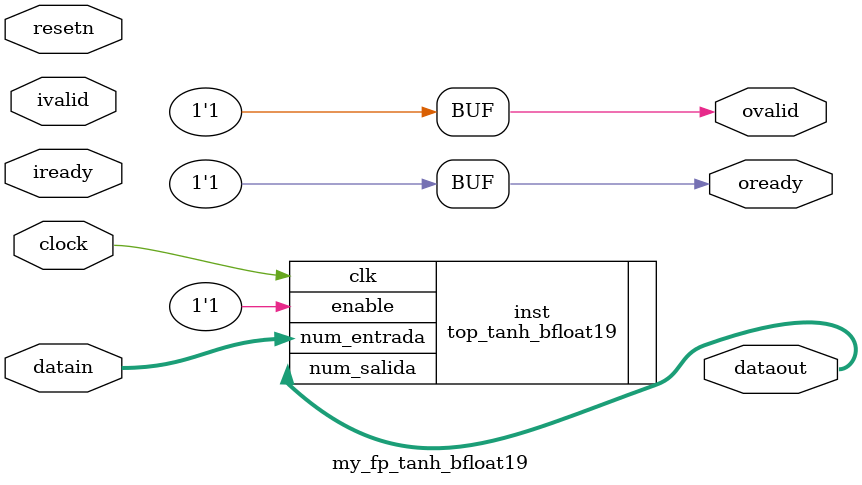
<source format=v>
`timescale 1 ps / 1 ps
module my_fp_tanh_bfloat19 (

	input   clock,
	input   resetn,
	input   ivalid, 
	input   iready,
	output  ovalid, 
	output  oready,
	input   [18:0]  datain,
	output  [18:0]  dataout);
	
	
  assign ovalid = 1'b1;
  assign oready = 1'b1;
  // ivalid, iready, resetn are ignored
  

	top_tanh_bfloat19	inst(
				.clk(clock),
				.enable(1'b1),
				.num_entrada(datain),
				.num_salida(dataout));

endmodule

</source>
